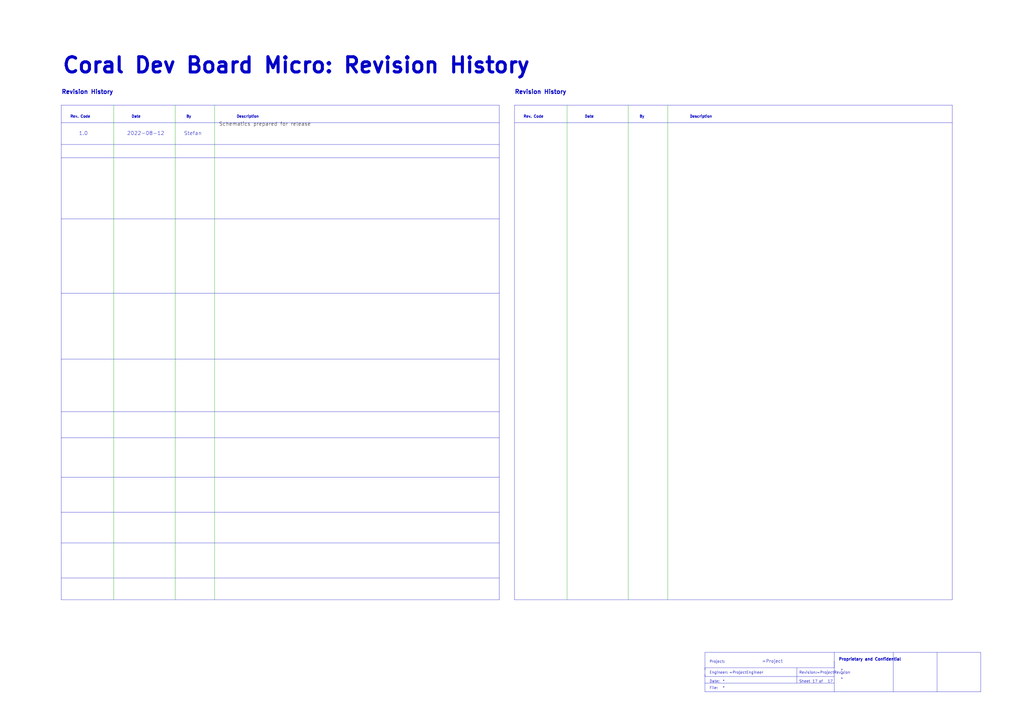
<source format=kicad_sch>
(kicad_sch (version 20230121) (generator eeschema)
  (paper "A2")
  (title_block (title "17 Revision History-SchDoc") (date "31 01 2024"))
  (lib_symbols)
  (polyline (pts (xy 408.94 392.43) (xy 408.94 391.16)))
  (polyline (pts (xy 483.87 396.24) (xy 483.87 392.43)))
  (polyline (pts (xy 483.87 392.43) (xy 408.94 392.43)))
  (polyline (pts (xy 298.45 347.98) (xy 552.45 347.98)))
  (wire (pts (xy 387.35 60.96) (xy 387.35 347.98)))
  (polyline (pts (xy 483.87 383.54) (xy 483.87 392.43)))
  (polyline (pts (xy 408.94 401.32) (xy 568.96 401.32)))
  (polyline (pts (xy 483.87 401.32) (xy 483.87 396.24)))
  (wire (pts (xy 328.93 60.96) (xy 328.93 347.98)))
  (polyline (pts (xy 289.56 91.44) (xy 35.56 91.44)))
  (polyline (pts (xy 289.56 238.76) (xy 35.56 238.76)))
  (polyline (pts (xy 408.94 401.32) (xy 408.94 378.46)))
  (polyline (pts (xy 543.56 401.32) (xy 543.56 378.46)))
  (polyline (pts (xy 298.45 347.98) (xy 298.45 60.96)))
  (wire (pts (xy 124.46 60.96) (xy 124.46 347.98)))
  (polyline (pts (xy 568.96 401.32) (xy 568.96 378.46)))
  (polyline (pts (xy 289.56 347.98) (xy 289.56 60.96)))
  (polyline (pts (xy 289.56 71.12) (xy 35.56 71.12)))
  (polyline (pts (xy 35.56 347.98) (xy 289.56 347.98)))
  (polyline (pts (xy 289.56 297.18) (xy 35.56 297.18)))
  (polyline (pts (xy 289.56 83.82) (xy 35.56 83.82)))
  (polyline (pts (xy 408.94 396.24) (xy 483.87 396.24)))
  (wire (pts (xy 364.49 60.96) (xy 364.49 347.98)))
  (polyline (pts (xy 518.16 401.32) (xy 518.16 378.46)))
  (polyline (pts (xy 289.56 276.86) (xy 35.56 276.86)))
  (polyline (pts (xy 408.94 387.35) (xy 408.94 388.62)))
  (polyline (pts (xy 289.56 314.96) (xy 35.56 314.96)))
  (polyline (pts (xy 552.45 347.98) (xy 552.45 60.96)))
  (polyline (pts (xy 289.56 208.28) (xy 35.56 208.28)))
  (polyline (pts (xy 289.56 170.18) (xy 35.56 170.18)))
  (wire (pts (xy 101.6 60.96) (xy 101.6 347.98)))
  (polyline (pts (xy 35.56 60.96) (xy 289.56 60.96)))
  (polyline (pts (xy 462.28 396.24) (xy 462.28 387.35)))
  (polyline (pts (xy 483.87 378.46) (xy 483.87 387.35)))
  (polyline (pts (xy 35.56 347.98) (xy 35.56 60.96)))
  (polyline (pts (xy 552.45 71.12) (xy 298.45 71.12)))
  (polyline (pts (xy 289.56 127) (xy 35.56 127)))
  (polyline (pts (xy 408.94 378.46) (xy 568.96 378.46)))
  (wire (pts (xy 66.04 60.96) (xy 66.04 347.98)))
  (polyline (pts (xy 298.45 60.96) (xy 552.45 60.96)))
  (polyline (pts (xy 289.56 335.28) (xy 35.56 335.28)))
  (polyline (pts (xy 483.87 387.35) (xy 408.94 387.35)))
  (polyline (pts (xy 289.56 254) (xy 35.56 254)))
  (text "Sheet" (at 463.55 396.24 0) (effects (font (size 1.524 1.524)) (justify left bottom)))
  (text "Revision:" (at 463.55 391.16 0) (effects (font (size 1.524 1.524)) (justify left bottom)))
  (text "=ProjectRevision" (at 473.71 391.16 0) (effects (font (size 1.524 1.524)) (justify left bottom)))
  (text "Coral Dev Board Micro: Revision History" (at 35.56 43.18 0) (effects (font (size 8.8392 8.8392) (thickness 1.7678) bold) (justify left bottom)))
  (text "*" (at 419.1 396.24 0) (effects (font (size 1.524 1.524)) (justify left bottom)))
  (text "of" (at 474.98 396.24 0) (effects (font (size 1.524 1.524)) (justify left bottom)))
  (text "Date" (at 76.2 68.58 0) (effects (font (size 1.524 1.524) (thickness 0.3048) bold) (justify left bottom)))
  (text "Engineer:" (at 411.48 391.16 0) (effects (font (size 1.524 1.524)) (justify left bottom)))
  (text "1.0" (at 45.72 78.74 0) (effects (font (size 2.1336 2.1336)) (justify left bottom)))
  (text "Date:" (at 411.48 396.24 0) (effects (font (size 1.524 1.524)) (justify left bottom)))
  (text "Revision History" (at 35.56 54.864 0) (effects (font (size 2.4384 2.4384) (thickness 0.4877) bold) (justify left bottom)))
  (text "Stefan" (at 106.68 78.74 0) (effects (font (size 2.1336 2.1336)) (justify left bottom)))
  (text "By" (at 107.95 68.58 0) (effects (font (size 1.524 1.524) (thickness 0.3048) bold) (justify left bottom)))
  (text "=ProjectEngineer" (at 422.91 391.16 0) (effects (font (size 1.524 1.524)) (justify left bottom)))
  (text "Proprietary and Confidential" (at 486.41 383.54 0) (effects (font (size 1.6764 1.6764) (thickness 0.3353) bold) (justify left bottom)))
  (text "17" (at 471.17 396.24 0) (effects (font (size 1.524 1.524)) (justify left bottom)))
  (text "Rev. Code" (at 303.53 68.58 0) (effects (font (size 1.524 1.524) (thickness 0.3048) bold) (justify left bottom)))
  (text "*" (at 487.68 392.43 0) (effects (font (size 1.524 1.524)) (justify left bottom)))
  (text "Description" (at 137.16 68.58 0) (effects (font (size 1.524 1.524) (thickness 0.3048) bold) (justify left bottom)))
  (text "Rev. Code" (at 40.64 68.58 0) (effects (font (size 1.524 1.524) (thickness 0.3048) bold) (justify left bottom)))
  (text "Date" (at 339.09 68.58 0) (effects (font (size 1.524 1.524) (thickness 0.3048) bold) (justify left bottom)))
  (text "*" (at 487.68 394.97 0) (effects (font (size 1.524 1.524)) (justify left bottom)))
  (text "File:" (at 411.48 400.05 0) (effects (font (size 1.524 1.524)) (justify left bottom)))
  (text "Project:" (at 411.48 384.81 0) (effects (font (size 1.524 1.524)) (justify left bottom)))
  (text "*" (at 487.68 389.89 0) (effects (font (size 1.524 1.524)) (justify left bottom)))
  (text "=Project" (at 441.96 384.81 0) (effects (font (size 1.8288 1.8288)) (justify left bottom)))
  (text "Description" (at 400.05 68.58 0) (effects (font (size 1.524 1.524) (thickness 0.3048) bold) (justify left bottom)))
  (text "By" (at 370.84 68.58 0) (effects (font (size 1.524 1.524) (thickness 0.3048) bold) (justify left bottom)))
  (text "2022-08-12" (at 73.66 78.74 0) (effects (font (size 2.1336 2.1336)) (justify left bottom)))
  (text "17" (at 480.06 396.24 0) (effects (font (size 1.524 1.524)) (justify left bottom)))
  (text "Revision History" (at 298.45 54.864 0) (effects (font (size 2.4384 2.4384) (thickness 0.4877) bold) (justify left bottom)))
  (text "*" (at 419.1 400.05 0) (effects (font (size 1.524 1.524)) (justify left bottom)))
  (label "Schematics prepared for release" (at 127 73.66 0) (effects (font (size 2.1336 2.1336))))
)
</source>
